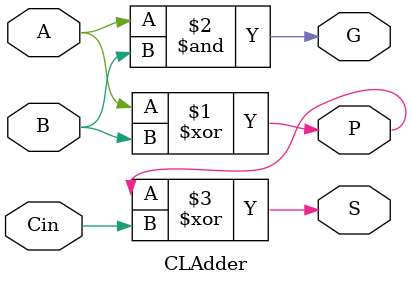
<source format=v>
module CLAdder(A, B, Cin, S, P, G);

input A,B,Cin;
output S,P,G;

assign P = A ^ B;
assign G = A & B;
assign S = P ^ Cin;


endmodule
</source>
